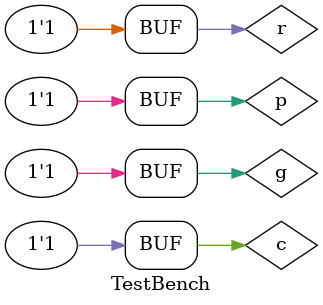
<source format=v>
`timescale 1 ns/ 1 ns

module TestBench();
 
 reg r,c,g,p;
 wire b;
 
Mux CompToTest(r,c,g,p,b);

initial begin

$dumpfile("TimingDiagram.vcd");
 $dumpvars(0,b,r, c, g, p);
 
 r<=0; c<=0; g<=0; p<=0;
 #10 r<=0; c<=0; g<=0; p<=1;
 #10 r<=0; c<=0; g<=1; p<=0;
 #10 r<=0; c<=0; g<=1; p<=1;
 #10 r<=0; c<=1; g<=0; p<=0;
 #10 r<=0; c<=1; g<=0; p<=1;
 #10 r<=0; c<=1; g<=1; p<=0;
 #10 r<=0; c<=1; g<=1; p<=1;
 #10 r<=1; c<=0; g<=0; p<=0;
 #10 r<=1; c<=0; g<=0; p<=1;
 #10 r<=1; c<=0; g<=1; p<=0;
 #10 r<=1; c<=0; g<=1; p<=1;
 #10 r<=1; c<=1; g<=0; p<=0;
 #10 r<=1; c<=1; g<=0; p<=1;
 #10 r<=1; c<=1; g<=1; p<=0;
 #10 r<=1; c<=1; g<=1; p<=1;
 #10;

end

endmodule
</source>
